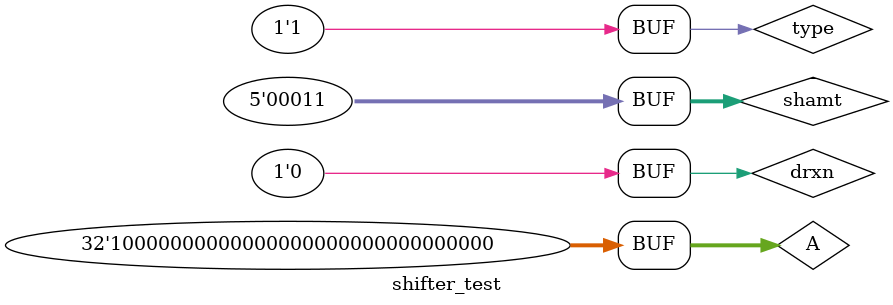
<source format=v>
`timescale 1ns / 1ps


module shifter_test;

	// Inputs
	reg [31:0] A;
	reg [4:0] shamt;
	reg drxn;
	reg type;

	// Outputs
	wire [31:0] out;

	// Instantiate the Unit Under Test (UUT)
	shifter uut (
		.A(A), 
		.shamt(shamt), 
		.drxn(drxn), 
		.type(type), 
		.out(out)
	);

	initial begin
		// Initialize Inputs
		A = 0;
		shamt = 0;
		drxn = 0;
		type = 0;

		// Wait 100 ns for global reset to finish
		#100;
        
		// Add stimulus here
		drxn = 1;
		type = 0;
		A = 32'd2147483648;
		shamt = 5'd3;
		#100;
		
		drxn = 0;
		type = 0;
		#100;
		
		drxn = 1;
		type = 1;
		#100;
		
		drxn = 0;
		type = 1;
		#100;
	end
      
endmodule


</source>
